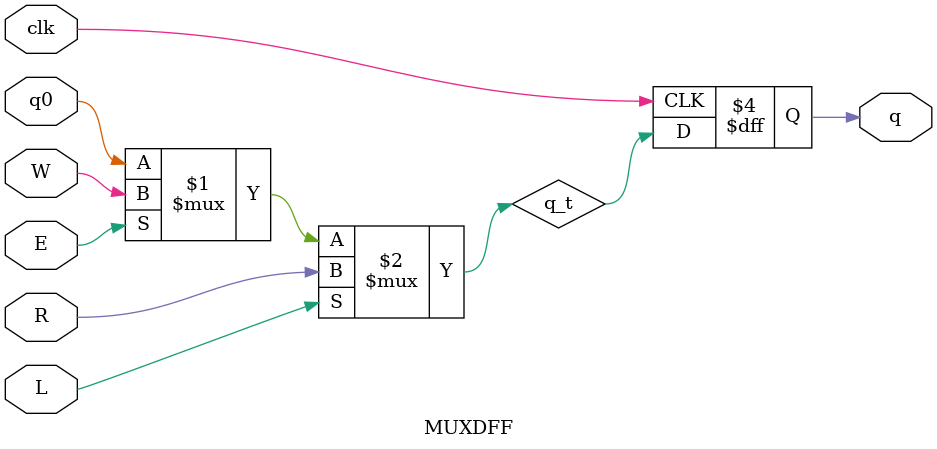
<source format=v>
module top_module (
    input [3:0] SW,
    input [3:0] KEY,
    output [3:0] LEDR
); //
    // clk,E,L,INPUT_Q,W,R,OUT
    MUXDFF U_MUXDFF_3(KEY[0], KEY[1], KEY[2], LEDR[3], KEY[3], SW[3], LEDR[3]);
    MUXDFF U_MUXDFF_2(KEY[0], KEY[1], KEY[2], LEDR[2], LEDR[3], SW[2], LEDR[2]);
    MUXDFF U_MUXDFF_1(KEY[0], KEY[1], KEY[2], LEDR[1], LEDR[2], SW[1], LEDR[1]);
    MUXDFF U_MUXDFF_0(KEY[0], KEY[1], KEY[2], LEDR[0], LEDR[1], SW[0], LEDR[0]);

endmodule

module MUXDFF (
    input clk,
    input E,
    input L,
    input q0,
    input W,
    input R,
    output q
    );
    reg q_t;
    assign q_t = L ? R : (E ? W : q0);
    always @(posedge clk)begin
        q <= q_t;
    end

endmodule

</source>
